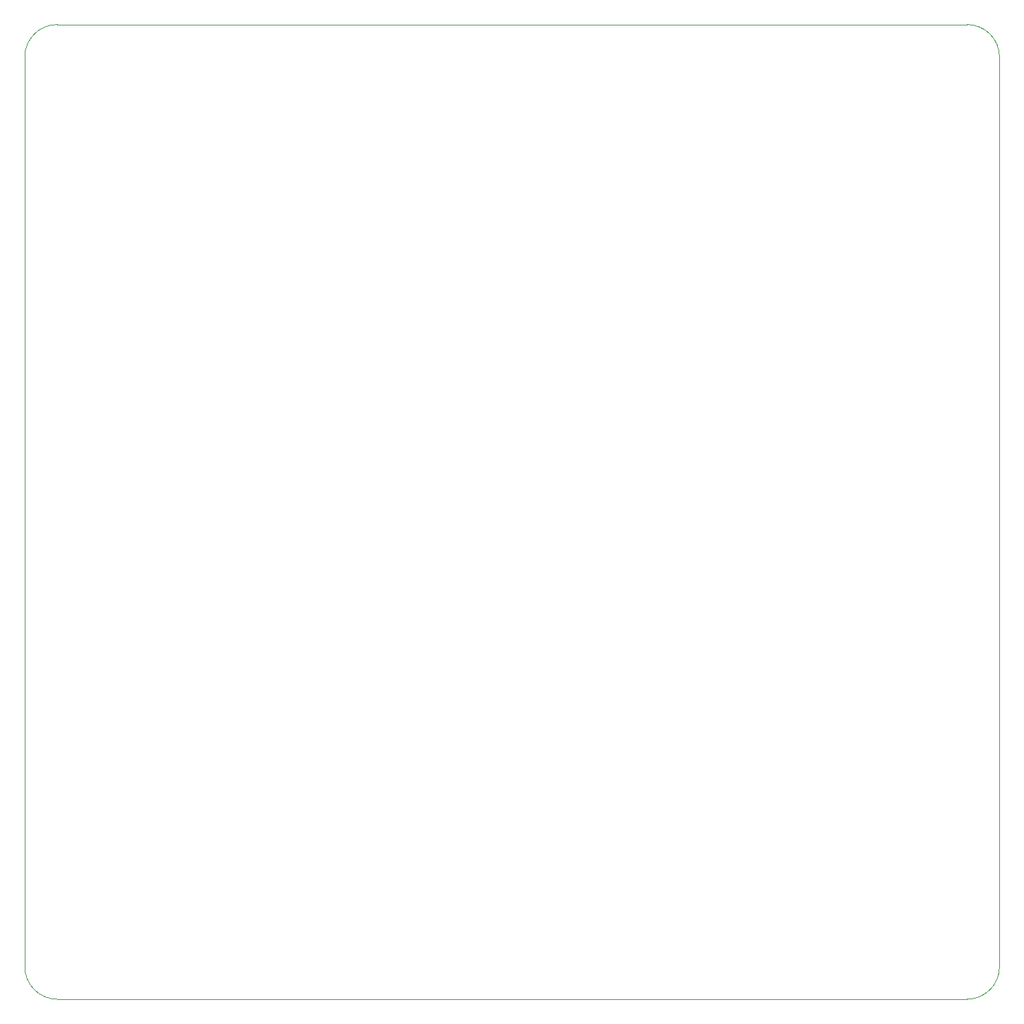
<source format=gm1>
%TF.GenerationSoftware,KiCad,Pcbnew,8.0.2*%
%TF.CreationDate,2024-05-20T18:27:38+02:00*%
%TF.ProjectId,glycon,676c7963-6f6e-42e6-9b69-6361645f7063,rev?*%
%TF.SameCoordinates,Original*%
%TF.FileFunction,Profile,NP*%
%FSLAX46Y46*%
G04 Gerber Fmt 4.6, Leading zero omitted, Abs format (unit mm)*
G04 Created by KiCad (PCBNEW 8.0.2) date 2024-05-20 18:27:38*
%MOMM*%
%LPD*%
G01*
G04 APERTURE LIST*
%TA.AperFunction,Profile*%
%ADD10C,0.100000*%
%TD*%
G04 APERTURE END LIST*
D10*
X271000000Y-136000000D02*
G75*
G02*
X267000000Y-140000000I-4000000J0D01*
G01*
X267000000Y-20000000D02*
X155000000Y-20000000D01*
X151000000Y-24000000D02*
G75*
G02*
X155000000Y-20000000I4000000J0D01*
G01*
X155000000Y-140000000D02*
G75*
G02*
X151000000Y-136000000I0J4000000D01*
G01*
X267000000Y-20000000D02*
G75*
G02*
X271000000Y-24000000I0J-4000000D01*
G01*
X271000000Y-136000000D02*
X271000000Y-24000000D01*
X155000000Y-140000000D02*
X267000000Y-140000000D01*
X151000000Y-24000000D02*
X151000000Y-136000000D01*
M02*

</source>
